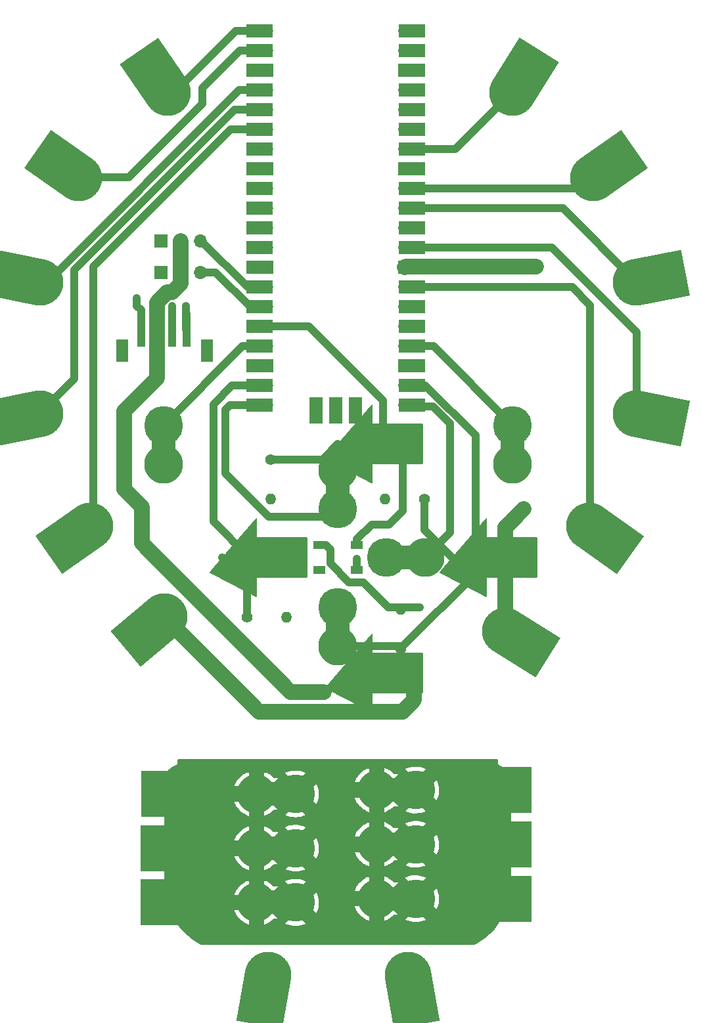
<source format=gtl>
%TF.GenerationSoftware,KiCad,Pcbnew,6.0.2+dfsg-1*%
%TF.CreationDate,2022-09-12T11:49:14+02:00*%
%TF.ProjectId,kidslab-lamp,6b696473-6c61-4622-9d6c-616d702e6b69,rev?*%
%TF.SameCoordinates,Original*%
%TF.FileFunction,Copper,L1,Top*%
%TF.FilePolarity,Positive*%
%FSLAX46Y46*%
G04 Gerber Fmt 4.6, Leading zero omitted, Abs format (unit mm)*
G04 Created by KiCad (PCBNEW 6.0.2+dfsg-1) date 2022-09-12 11:49:14*
%MOMM*%
%LPD*%
G01*
G04 APERTURE LIST*
G04 Aperture macros list*
%AMFreePoly0*
4,1,34,6.500000,-3.000000,0.000000,-3.000000,-0.000001,-2.998354,-0.313585,-2.983566,-0.654430,-2.927750,-0.986600,-2.833129,-1.305693,-2.700956,-1.607479,-2.532984,-1.887961,-2.331438,-2.143418,-2.098990,-2.370465,-1.838721,-2.566093,-1.554081,-2.727708,-1.248842,-2.853170,-0.927051,-2.940814,-0.592972,-2.989479,-0.251034,-2.998520,0.094232,-2.967817,0.438249,-2.897777,0.776457,-2.789329,1.104374,
-2.643910,1.417652,-2.463448,1.712141,-2.250333,1.983936,-2.007392,2.229434,-1.737844,2.445383,-1.445260,2.628920,-1.133522,2.777612,-0.806759,2.889488,-0.469303,2.963065,-0.125627,2.997368,0.000000,2.995395,0.000000,3.000000,6.500000,3.000000,6.500000,-3.000000,6.500000,-3.000000,$1*%
%AMFreePoly1*
4,1,48,0.468453,2.455718,0.772542,2.377641,1.064448,2.262068,1.339567,2.110820,1.593560,1.926283,1.822422,1.711368,1.955916,1.550000,3.250000,1.550000,3.285355,1.535355,3.300000,1.500000,3.300000,-1.500000,3.285355,-1.535355,3.250000,-1.550000,1.955916,-1.550000,1.822422,-1.711368,1.593560,-1.926283,1.339567,-2.110820,1.064448,-2.262068,0.772542,-2.377641,0.468453,-2.455718,
0.156976,-2.495067,-0.156976,-2.495067,-0.468453,-2.455718,-0.772542,-2.377641,-1.064448,-2.262068,-1.339567,-2.110820,-1.593560,-1.926283,-1.822422,-1.711368,-2.022542,-1.469463,-2.190767,-1.204384,-2.324441,-0.920311,-2.421458,-0.621725,-2.480287,-0.313333,-2.500000,0.000000,-2.480287,0.313333,-2.421458,0.621725,-2.324441,0.920311,-2.190767,1.204384,-2.022542,1.469463,-1.822422,1.711368,
-1.593560,1.926283,-1.339567,2.110820,-1.064448,2.262068,-0.772542,2.377641,-0.468453,2.455718,-0.156976,2.495067,0.156976,2.495067,0.468453,2.455718,0.468453,2.455718,$1*%
%AMFreePoly2*
4,1,66,4.411842,5.095106,4.430902,5.095106,4.441081,5.087711,4.453280,5.084625,4.465483,5.069982,4.480902,5.058779,4.484790,5.046813,4.492846,5.037146,4.494111,5.018124,4.500000,5.000000,4.500000,2.600000,10.900000,2.600000,10.915063,2.595106,10.930902,2.595106,10.943716,2.585796,10.958779,2.580902,10.968089,2.568089,10.980902,2.558779,10.985796,2.543716,10.995106,2.530902,
10.995106,2.515063,11.000000,2.500000,11.000000,-2.500000,10.995106,-2.515063,10.995106,-2.530902,10.985796,-2.543716,10.980902,-2.558779,10.968089,-2.568089,10.958779,-2.580902,10.943716,-2.585796,10.930902,-2.595106,10.915063,-2.595106,10.900000,-2.600000,4.500000,-2.600000,4.500000,-5.000000,4.494111,-5.018124,4.492846,-5.037146,4.484790,-5.046813,4.480902,-5.058779,4.465483,-5.069982,
4.453280,-5.084625,4.441081,-5.087711,4.430902,-5.095106,4.411842,-5.095106,4.393363,-5.099780,4.381681,-5.095106,4.369098,-5.095106,4.353676,-5.083901,4.335982,-5.076822,-1.664018,-0.076822,-1.677110,-0.056028,-1.692845,-0.037146,-1.693299,-0.030314,-1.696947,-0.024521,-1.695316,0.000000,-1.696947,0.024521,-1.693299,0.030314,-1.692845,0.037146,-1.677110,0.056028,-1.664018,0.076822,
4.335982,5.076822,4.353676,5.083901,4.369098,5.095106,4.381681,5.095106,4.393363,5.099780,4.411842,5.095106,4.411842,5.095106,$1*%
G04 Aperture macros list end*
%TA.AperFunction,SMDPad,CuDef*%
%ADD10R,3.500000X1.700000*%
%TD*%
%TA.AperFunction,ComponentPad*%
%ADD11O,1.700000X1.700000*%
%TD*%
%TA.AperFunction,ComponentPad*%
%ADD12R,1.700000X1.700000*%
%TD*%
%TA.AperFunction,SMDPad,CuDef*%
%ADD13R,1.700000X3.500000*%
%TD*%
%TA.AperFunction,CastellatedPad*%
%ADD14FreePoly0,328.000000*%
%TD*%
%TA.AperFunction,ComponentPad*%
%ADD15FreePoly1,90.000000*%
%TD*%
%TA.AperFunction,ComponentPad*%
%ADD16C,5.000000*%
%TD*%
%TA.AperFunction,SMDPad,CuDef*%
%ADD17FreePoly2,270.000000*%
%TD*%
%TA.AperFunction,ComponentPad*%
%ADD18FreePoly1,270.000000*%
%TD*%
%TA.AperFunction,CastellatedPad*%
%ADD19FreePoly0,0.000000*%
%TD*%
%TA.AperFunction,CastellatedPad*%
%ADD20FreePoly0,191.500000*%
%TD*%
%TA.AperFunction,CastellatedPad*%
%ADD21FreePoly0,215.000000*%
%TD*%
%TA.AperFunction,CastellatedPad*%
%ADD22FreePoly0,180.000000*%
%TD*%
%TA.AperFunction,ComponentPad*%
%ADD23FreePoly1,0.000000*%
%TD*%
%TA.AperFunction,CastellatedPad*%
%ADD24FreePoly0,280.000000*%
%TD*%
%TA.AperFunction,CastellatedPad*%
%ADD25FreePoly0,145.000000*%
%TD*%
%TA.AperFunction,CastellatedPad*%
%ADD26FreePoly0,220.000000*%
%TD*%
%TA.AperFunction,CastellatedPad*%
%ADD27FreePoly0,58.000000*%
%TD*%
%TA.AperFunction,SMDPad,CuDef*%
%ADD28FreePoly2,0.000000*%
%TD*%
%TA.AperFunction,ComponentPad*%
%ADD29FreePoly1,180.000000*%
%TD*%
%TA.AperFunction,SMDPad,CuDef*%
%ADD30FreePoly2,180.000000*%
%TD*%
%TA.AperFunction,SMDPad,CuDef*%
%ADD31R,1.600000X3.000000*%
%TD*%
%TA.AperFunction,SMDPad,CuDef*%
%ADD32R,1.000000X4.500000*%
%TD*%
%TA.AperFunction,CastellatedPad*%
%ADD33FreePoly0,260.000000*%
%TD*%
%TA.AperFunction,ComponentPad*%
%ADD34C,1.400000*%
%TD*%
%TA.AperFunction,ComponentPad*%
%ADD35O,1.400000X1.400000*%
%TD*%
%TA.AperFunction,SMDPad,CuDef*%
%ADD36R,1.500000X1.000000*%
%TD*%
%TA.AperFunction,CastellatedPad*%
%ADD37FreePoly0,348.500000*%
%TD*%
%TA.AperFunction,CastellatedPad*%
%ADD38FreePoly0,11.000000*%
%TD*%
%TA.AperFunction,CastellatedPad*%
%ADD39FreePoly0,35.000000*%
%TD*%
%TA.AperFunction,CastellatedPad*%
%ADD40FreePoly0,124.500000*%
%TD*%
%TA.AperFunction,CastellatedPad*%
%ADD41FreePoly0,168.500000*%
%TD*%
%TA.AperFunction,CastellatedPad*%
%ADD42FreePoly0,324.500000*%
%TD*%
%TA.AperFunction,SMDPad,CuDef*%
%ADD43FreePoly2,90.000000*%
%TD*%
%TA.AperFunction,ViaPad*%
%ADD44C,0.800000*%
%TD*%
%TA.AperFunction,Conductor*%
%ADD45C,1.000000*%
%TD*%
%TA.AperFunction,Conductor*%
%ADD46C,2.000000*%
%TD*%
G04 APERTURE END LIST*
D10*
%TO.P,U1,1,GPIO0*%
%TO.N,Net-(GPIO0-Pad1)*%
X139848000Y-41294000D03*
D11*
X140748000Y-41294000D03*
D10*
%TO.P,U1,2,GPIO1*%
%TO.N,Net-(GPIO1-Pad1)*%
X139848000Y-43834000D03*
D11*
X140748000Y-43834000D03*
D10*
%TO.P,U1,3,GND*%
%TO.N,GND*%
X139848000Y-46374000D03*
D12*
X140748000Y-46374000D03*
D10*
%TO.P,U1,4,GPIO2*%
%TO.N,Net-(GPIO2-Pad1)*%
X139848000Y-48914000D03*
D11*
X140748000Y-48914000D03*
%TO.P,U1,5,GPIO3*%
%TO.N,Net-(GPIO3-Pad1)*%
X140748000Y-51454000D03*
D10*
X139848000Y-51454000D03*
D11*
%TO.P,U1,6,GPIO4*%
%TO.N,Net-(GPIO4-Pad1)*%
X140748000Y-53994000D03*
D10*
X139848000Y-53994000D03*
D11*
%TO.P,U1,7,GPIO5*%
%TO.N,unconnected-(U1-Pad7)*%
X140748000Y-56534000D03*
D10*
X139848000Y-56534000D03*
%TO.P,U1,8,GND*%
%TO.N,GND*%
X139848000Y-59074000D03*
D12*
X140748000Y-59074000D03*
D10*
%TO.P,U1,9,GPIO6*%
%TO.N,unconnected-(U1-Pad9)*%
X139848000Y-61614000D03*
D11*
X140748000Y-61614000D03*
D10*
%TO.P,U1,10,GPIO7*%
%TO.N,unconnected-(U1-Pad10)*%
X139848000Y-64154000D03*
D11*
X140748000Y-64154000D03*
%TO.P,U1,11,GPIO8*%
%TO.N,grove_tx*%
X140748000Y-66694000D03*
D10*
X139848000Y-66694000D03*
%TO.P,U1,12,GPIO9*%
%TO.N,grove_rx*%
X139848000Y-69234000D03*
D11*
X140748000Y-69234000D03*
D12*
%TO.P,U1,13,GND*%
%TO.N,GND*%
X140748000Y-71774000D03*
D10*
X139848000Y-71774000D03*
D11*
%TO.P,U1,14,GPIO10*%
%TO.N,GPIO10*%
X140748000Y-74314000D03*
D10*
X139848000Y-74314000D03*
%TO.P,U1,15,GPIO11*%
%TO.N,GPIO11*%
X139848000Y-76854000D03*
D11*
X140748000Y-76854000D03*
%TO.P,U1,16,GPIO12*%
%TO.N,GPIO12*%
X140748000Y-79394000D03*
D10*
X139848000Y-79394000D03*
D11*
%TO.P,U1,17,GPIO13*%
%TO.N,Net-(GPIO13-Pad1)*%
X140748000Y-81934000D03*
D10*
X139848000Y-81934000D03*
%TO.P,U1,18,GND*%
%TO.N,GND*%
X139848000Y-84474000D03*
D12*
X140748000Y-84474000D03*
D10*
%TO.P,U1,19,GPIO14*%
%TO.N,GPIO14*%
X139848000Y-87014000D03*
D11*
X140748000Y-87014000D03*
D10*
%TO.P,U1,20,GPIO15*%
%TO.N,GPIO15*%
X139848000Y-89554000D03*
D11*
X140748000Y-89554000D03*
D10*
%TO.P,U1,21,GPIO16*%
%TO.N,GPIO16*%
X159428000Y-89554000D03*
D11*
X158528000Y-89554000D03*
%TO.P,U1,22,GPIO17*%
%TO.N,GPIO17*%
X158528000Y-87014000D03*
D10*
X159428000Y-87014000D03*
D12*
%TO.P,U1,23,GND*%
%TO.N,GND*%
X158528000Y-84474000D03*
D10*
X159428000Y-84474000D03*
%TO.P,U1,24,GPIO18*%
%TO.N,Net-(GPIO18-Pad1)*%
X159428000Y-81934000D03*
D11*
X158528000Y-81934000D03*
D10*
%TO.P,U1,25,GPIO19*%
%TO.N,unconnected-(U1-Pad25)*%
X159428000Y-79394000D03*
D11*
X158528000Y-79394000D03*
D10*
%TO.P,U1,26,GPIO20*%
%TO.N,unconnected-(U1-Pad26)*%
X159428000Y-76854000D03*
D11*
X158528000Y-76854000D03*
%TO.P,U1,27,GPIO21*%
%TO.N,Net-(GPIO21-Pad1)*%
X158528000Y-74314000D03*
D10*
X159428000Y-74314000D03*
D12*
%TO.P,U1,28,GND*%
%TO.N,GND*%
X158528000Y-71774000D03*
D10*
X159428000Y-71774000D03*
%TO.P,U1,29,GPIO22*%
%TO.N,Net-(GPIO22-Pad1)*%
X159428000Y-69234000D03*
D11*
X158528000Y-69234000D03*
%TO.P,U1,30,RUN*%
%TO.N,unconnected-(U1-Pad30)*%
X158528000Y-66694000D03*
D10*
X159428000Y-66694000D03*
%TO.P,U1,31,GPIO26_ADC0*%
%TO.N,Net-(GPIO26-Pad1)*%
X159428000Y-64154000D03*
D11*
X158528000Y-64154000D03*
D10*
%TO.P,U1,32,GPIO27_ADC1*%
%TO.N,Net-(GPIO27-Pad1)*%
X159428000Y-61614000D03*
D11*
X158528000Y-61614000D03*
D12*
%TO.P,U1,33,AGND*%
%TO.N,unconnected-(U1-Pad33)*%
X158528000Y-59074000D03*
D10*
X159428000Y-59074000D03*
%TO.P,U1,34,GPIO28_ADC2*%
%TO.N,Net-(GPIO28-Pad1)*%
X159428000Y-56534000D03*
D11*
X158528000Y-56534000D03*
D10*
%TO.P,U1,35,ADC_VREF*%
%TO.N,unconnected-(U1-Pad35)*%
X159428000Y-53994000D03*
D11*
X158528000Y-53994000D03*
%TO.P,U1,36,3V3*%
%TO.N,3.3V*%
X158528000Y-51454000D03*
D10*
X159428000Y-51454000D03*
%TO.P,U1,37,3V3_EN*%
%TO.N,unconnected-(U1-Pad37)*%
X159428000Y-48914000D03*
D11*
X158528000Y-48914000D03*
D10*
%TO.P,U1,38,GND*%
%TO.N,GND*%
X159428000Y-46374000D03*
D12*
X158528000Y-46374000D03*
D11*
%TO.P,U1,39,VSYS*%
%TO.N,unconnected-(U1-Pad39)*%
X158528000Y-43834000D03*
D10*
X159428000Y-43834000D03*
%TO.P,U1,40,VBUS*%
%TO.N,V_BUS*%
X159428000Y-41294000D03*
D11*
X158528000Y-41294000D03*
%TO.P,U1,41,SWCLK*%
%TO.N,unconnected-(U1-Pad41)*%
X147098000Y-89324000D03*
D13*
X147098000Y-90224000D03*
D12*
%TO.P,U1,42,GND*%
%TO.N,unconnected-(U1-Pad42)*%
X149638000Y-89324000D03*
D13*
X149638000Y-90224000D03*
%TO.P,U1,43,SWDIO*%
%TO.N,unconnected-(U1-Pad43)*%
X152178000Y-90224000D03*
D11*
X152178000Y-89324000D03*
%TD*%
D14*
%TO.P,E39,1,1*%
%TO.N,3.3V*%
X171528000Y-118610000D03*
%TD*%
D15*
%TO.P,GPIO18,1,1*%
%TO.N,Net-(GPIO18-Pad1)*%
X172438000Y-97154000D03*
D16*
X172438000Y-92154000D03*
%TD*%
D17*
%TO.P,GPIO15,1,1*%
%TO.N,GPIO15*%
X149938000Y-94504000D03*
D18*
X149938000Y-97944000D03*
D16*
X149938000Y-102944000D03*
%TD*%
D19*
%TO.P,E30,1,1*%
%TO.N,GND*%
X168338000Y-146154000D03*
%TD*%
D20*
%TO.P,GPIO3,1,1*%
%TO.N,Net-(GPIO3-Pad1)*%
X111535992Y-90634063D03*
%TD*%
D12*
%TO.P,C1,1,GND*%
%TO.N,GND*%
X127093000Y-68318000D03*
D11*
%TO.P,C1,2,5V*%
%TO.N,V_BUS*%
X129633000Y-68318000D03*
%TO.P,C1,3,S*%
%TO.N,GPIO10*%
X132173000Y-68318000D03*
%TD*%
D21*
%TO.P,GPIO4,1,1*%
%TO.N,Net-(GPIO4-Pad1)*%
X118019915Y-105096642D03*
%TD*%
D22*
%TO.P,E34,1,1*%
%TO.N,GND*%
X131038000Y-153654000D03*
%TD*%
D23*
%TO.P,B6,1,1*%
%TO.N,GND*%
X154938000Y-139154000D03*
D16*
X159938000Y-139154000D03*
%TD*%
D24*
%TO.P,E37,1,1*%
%TO.N,V_BUS*%
X158920635Y-163055519D03*
%TD*%
D25*
%TO.P,GPIO1,1,1*%
%TO.N,Net-(GPIO1-Pad1)*%
X116519915Y-60211358D03*
%TD*%
D26*
%TO.P,E40,1,1*%
%TO.N,3.3V*%
X127514604Y-116767721D03*
%TD*%
D27*
%TO.P,GPIO28,1,1*%
%TO.N,Net-(GPIO28-Pad1)*%
X172385008Y-49238805D03*
%TD*%
D16*
%TO.P,GPIO14,1,1*%
%TO.N,GPIO14*%
X143478000Y-109154000D03*
D23*
X138478000Y-109154000D03*
D28*
X135038000Y-109154000D03*
%TD*%
D19*
%TO.P,E31,1,1*%
%TO.N,GND*%
X168338000Y-139154000D03*
%TD*%
D29*
%TO.P,GPIO16,1,1*%
%TO.N,GPIO16*%
X161148000Y-109154000D03*
D16*
X156148000Y-109154000D03*
D30*
X164588000Y-109154000D03*
%TD*%
D31*
%TO.P,C2,*%
%TO.N,*%
X133086000Y-82518000D03*
X122086000Y-82518000D03*
D32*
%TO.P,C2,1,D1*%
%TO.N,grove_rx*%
X130386000Y-79768000D03*
%TO.P,C2,2,D2*%
%TO.N,grove_tx*%
X128586000Y-79768000D03*
%TO.P,C2,3,VCC*%
%TO.N,V_BUS*%
X126586000Y-79768000D03*
%TO.P,C2,4,GND*%
%TO.N,GND*%
X124586000Y-79768000D03*
%TD*%
D16*
%TO.P,GPIO13,1,1*%
%TO.N,Net-(GPIO13-Pad1)*%
X127438000Y-92154000D03*
D15*
X127438000Y-97154000D03*
%TD*%
D33*
%TO.P,E38,1,1*%
%TO.N,V_BUS*%
X140955365Y-163055519D03*
%TD*%
D23*
%TO.P,B1,1,1*%
%TO.N,GND*%
X154938000Y-153154000D03*
D16*
X159938000Y-153154000D03*
%TD*%
D22*
%TO.P,E33,1,1*%
%TO.N,GND*%
X131098000Y-139654000D03*
%TD*%
D12*
%TO.P,C3,1,GND*%
%TO.N,GND*%
X127093000Y-72382000D03*
D11*
%TO.P,C3,2,5V*%
%TO.N,V_BUS*%
X129633000Y-72382000D03*
%TO.P,C3,3,S*%
%TO.N,GPIO11*%
X132173000Y-72382000D03*
%TD*%
D34*
%TO.P,R3,1*%
%TO.N,GPIO16*%
X161036000Y-101600000D03*
D35*
%TO.P,R3,2*%
%TO.N,3.3V*%
X155956000Y-101600000D03*
%TD*%
D19*
%TO.P,E35,1,1*%
%TO.N,GND*%
X168338000Y-153154000D03*
%TD*%
D16*
%TO.P,B2,1,1*%
%TO.N,GND*%
X144438000Y-146654000D03*
D23*
X139438000Y-146654000D03*
%TD*%
%TO.P,B4,1,1*%
%TO.N,GND*%
X139438000Y-153654000D03*
D16*
X144438000Y-153654000D03*
%TD*%
D36*
%TO.P,D12,1,VSS*%
%TO.N,GND*%
X152388000Y-110754000D03*
%TO.P,D12,2,DIN*%
%TO.N,GPIO12*%
X152388000Y-107554000D03*
%TO.P,D12,3,VDD*%
%TO.N,3.3V*%
X147488000Y-107554000D03*
%TO.P,D12,4,DOUT*%
%TO.N,unconnected-(D12-Pad4)*%
X147488000Y-110754000D03*
%TD*%
D37*
%TO.P,GPIO22,1,1*%
%TO.N,Net-(GPIO22-Pad1)*%
X188340008Y-90634063D03*
%TD*%
D16*
%TO.P,B3,1,1*%
%TO.N,GND*%
X144438000Y-139654000D03*
D23*
X139438000Y-139654000D03*
%TD*%
D22*
%TO.P,E32,1,1*%
%TO.N,GND*%
X131038000Y-146654000D03*
%TD*%
D34*
%TO.P,R1,1*%
%TO.N,GPIO14*%
X138176000Y-116840000D03*
D35*
%TO.P,R1,2*%
%TO.N,3.3V*%
X143256000Y-116840000D03*
%TD*%
D38*
%TO.P,GPIO26,1,1*%
%TO.N,Net-(GPIO26-Pad1)*%
X188339837Y-73673081D03*
%TD*%
D39*
%TO.P,GPIO27,1,1*%
%TO.N,Net-(GPIO27-Pad1)*%
X182856085Y-60211358D03*
%TD*%
D16*
%TO.P,B5,1,1*%
%TO.N,GND*%
X159938000Y-146154000D03*
D23*
X154938000Y-146154000D03*
%TD*%
D40*
%TO.P,GPIO0,1,1*%
%TO.N,Net-(GPIO0-Pad1)*%
X127994641Y-49236413D03*
%TD*%
D34*
%TO.P,R2,1*%
%TO.N,GPIO15*%
X141224000Y-96520000D03*
D35*
%TO.P,R2,2*%
%TO.N,3.3V*%
X141224000Y-101600000D03*
%TD*%
D41*
%TO.P,GPIO2,1,1*%
%TO.N,Net-(GPIO2-Pad1)*%
X111535992Y-73673937D03*
%TD*%
D42*
%TO.P,GPIO21,1,1*%
%TO.N,Net-(GPIO21-Pad1)*%
X182356588Y-105095930D03*
%TD*%
D34*
%TO.P,R4,1*%
%TO.N,GPIO17*%
X157988000Y-120904000D03*
D35*
%TO.P,R4,2*%
%TO.N,3.3V*%
X157988000Y-115824000D03*
%TD*%
D15*
%TO.P,GPIO17,1,1*%
%TO.N,GPIO17*%
X149938000Y-120614000D03*
D16*
X149938000Y-115614000D03*
D43*
X149938000Y-124054000D03*
%TD*%
D44*
%TO.N,grove_rx*%
X130380000Y-76700000D03*
%TO.N,grove_tx*%
X128602000Y-76700000D03*
%TO.N,3.3V*%
X159738000Y-125454000D03*
X159738000Y-123854000D03*
X173110000Y-103682000D03*
X159738000Y-127054000D03*
X173872000Y-102920000D03*
X160479000Y-115562000D03*
X172221000Y-104571000D03*
X148844000Y-108204000D03*
%TO.N,V_BUS*%
X147144000Y-126484000D03*
X148160000Y-126484000D03*
X146123660Y-126483999D03*
%TO.N,GND*%
X173438000Y-71654000D03*
X124030000Y-76700000D03*
X174438000Y-71654000D03*
X172438000Y-71654000D03*
X175438000Y-71654000D03*
X152351000Y-109339000D03*
X124030000Y-75684000D03*
%TD*%
D45*
%TO.N,GPIO10*%
X132326000Y-68318000D02*
X132173000Y-68318000D01*
X138322000Y-74314000D02*
X132326000Y-68318000D01*
X140748000Y-74314000D02*
X138322000Y-74314000D01*
%TO.N,grove_rx*%
X130380000Y-76700000D02*
X130380000Y-79762000D01*
X130380000Y-79762000D02*
X130386000Y-79768000D01*
%TO.N,grove_tx*%
X128602000Y-76700000D02*
X128602000Y-79752000D01*
X128602000Y-79752000D02*
X128586000Y-79768000D01*
%TO.N,GPIO11*%
X138662000Y-76854000D02*
X134190000Y-72382000D01*
X140748000Y-76854000D02*
X138662000Y-76854000D01*
X134190000Y-72382000D02*
X132173000Y-72382000D01*
D46*
%TO.N,3.3V*%
X173110000Y-103682000D02*
X173872000Y-102920000D01*
D45*
X147488000Y-107554000D02*
X148338000Y-107554000D01*
D46*
X172221000Y-104571000D02*
X173110000Y-103682000D01*
X171528000Y-118610000D02*
X171528000Y-105264000D01*
X158242000Y-129032000D02*
X139778883Y-129032000D01*
X159738000Y-123854000D02*
X159738000Y-127054000D01*
D45*
X148338000Y-107554000D02*
X148937511Y-108153511D01*
D46*
X139778883Y-129032000D02*
X127514604Y-116767721D01*
D45*
X148937511Y-109952533D02*
X151339458Y-112354480D01*
X153207480Y-112354480D02*
X156415000Y-115562000D01*
X151339458Y-112354480D02*
X153207480Y-112354480D01*
X156415000Y-115562000D02*
X160479000Y-115562000D01*
X148937511Y-108153511D02*
X148937511Y-109952533D01*
D46*
X171528000Y-105264000D02*
X172221000Y-104571000D01*
X159738000Y-127054000D02*
X159738000Y-127536000D01*
X159738000Y-127536000D02*
X158242000Y-129032000D01*
D45*
%TO.N,Net-(GPIO1-Pad1)*%
X132438000Y-50654000D02*
X122938000Y-60154000D01*
X122938000Y-60154000D02*
X116438000Y-60154000D01*
X140748000Y-43834000D02*
X137258000Y-43834000D01*
X132438000Y-48654000D02*
X132438000Y-50654000D01*
X137258000Y-43834000D02*
X132438000Y-48654000D01*
%TO.N,Net-(GPIO2-Pad1)*%
X140748000Y-48914000D02*
X137178000Y-48914000D01*
X112438000Y-73654000D02*
X111438000Y-73654000D01*
X137178000Y-48914000D02*
X112438000Y-73654000D01*
%TO.N,Net-(GPIO3-Pad1)*%
X140748000Y-51454000D02*
X136576000Y-51454000D01*
X136576000Y-51454000D02*
X115938000Y-72092000D01*
X115938000Y-72092000D02*
X115938000Y-86154000D01*
X115938000Y-86154000D02*
X111438000Y-90654000D01*
%TO.N,Net-(GPIO4-Pad1)*%
X140748000Y-53994000D02*
X136068000Y-53994000D01*
X136068000Y-53994000D02*
X118438000Y-71624000D01*
X118438000Y-104654000D02*
X117938000Y-105154000D01*
X118438000Y-71624000D02*
X118438000Y-104654000D01*
%TO.N,GPIO12*%
X156464000Y-104902000D02*
X158242000Y-103124000D01*
X146196000Y-79394000D02*
X140748000Y-79394000D01*
X155702000Y-88900000D02*
X146196000Y-79394000D01*
X152388000Y-106823308D02*
X154309308Y-104902000D01*
X158242000Y-103124000D02*
X158242000Y-96774000D01*
X155702000Y-94234000D02*
X155702000Y-88900000D01*
X152388000Y-107554000D02*
X152388000Y-106823308D01*
X158242000Y-96774000D02*
X155702000Y-94234000D01*
X154309308Y-104902000D02*
X156464000Y-104902000D01*
D46*
%TO.N,V_BUS*%
X126586000Y-79768000D02*
X126586000Y-76312516D01*
X128523520Y-75000480D02*
X129633000Y-73891000D01*
X129633000Y-68318000D02*
X129633000Y-72382000D01*
X126586000Y-86082000D02*
X126586000Y-79768000D01*
X122379000Y-100322000D02*
X122379000Y-90289000D01*
X143842000Y-126484000D02*
X124665000Y-107307000D01*
X126586000Y-76312516D02*
X127898036Y-75000480D01*
X127898036Y-75000480D02*
X128523520Y-75000480D01*
X129633000Y-73891000D02*
X129633000Y-72382000D01*
X148160000Y-126484000D02*
X143842000Y-126484000D01*
X122379000Y-90289000D02*
X126586000Y-86082000D01*
X124665000Y-102608000D02*
X122379000Y-100322000D01*
X124665000Y-107307000D02*
X124665000Y-102608000D01*
D45*
%TO.N,GND*%
X124586000Y-77256000D02*
X124030000Y-76700000D01*
X124030000Y-75684000D02*
X124030000Y-76700000D01*
D46*
X175438000Y-71654000D02*
X158648000Y-71654000D01*
D45*
X152351000Y-110717000D02*
X152388000Y-110754000D01*
X124586000Y-79768000D02*
X124586000Y-77256000D01*
D46*
X158648000Y-71654000D02*
X158528000Y-71774000D01*
D45*
X152351000Y-109339000D02*
X152351000Y-110717000D01*
%TO.N,Net-(GPIO21-Pad1)*%
X158528000Y-74314000D02*
X180098000Y-74314000D01*
X180098000Y-74314000D02*
X182438000Y-76654000D01*
X182438000Y-76654000D02*
X182438000Y-105154000D01*
%TO.N,Net-(GPIO22-Pad1)*%
X188438000Y-80154000D02*
X188438000Y-90654000D01*
X158528000Y-69234000D02*
X177518000Y-69234000D01*
X177518000Y-69234000D02*
X188438000Y-80154000D01*
%TO.N,Net-(GPIO26-Pad1)*%
X178938000Y-64154000D02*
X188438000Y-73654000D01*
X158528000Y-64154000D02*
X178938000Y-64154000D01*
%TO.N,Net-(GPIO28-Pad1)*%
X158528000Y-56534000D02*
X165058000Y-56534000D01*
X165058000Y-56534000D02*
X172438000Y-49154000D01*
%TO.N,Net-(GPIO0-Pad1)*%
X140748000Y-41294000D02*
X136798000Y-41294000D01*
X136798000Y-41294000D02*
X128938000Y-49154000D01*
X128938000Y-49154000D02*
X127938000Y-49154000D01*
%TO.N,Net-(GPIO27-Pad1)*%
X158528000Y-61614000D02*
X181478000Y-61614000D01*
X181478000Y-61614000D02*
X182938000Y-60154000D01*
%TO.N,GPIO14*%
X133858000Y-89408000D02*
X133858000Y-104534000D01*
X136252000Y-87014000D02*
X133858000Y-89408000D01*
X138176000Y-116840000D02*
X138176000Y-112292000D01*
X140748000Y-87014000D02*
X136252000Y-87014000D01*
X138176000Y-112292000D02*
X135038000Y-109154000D01*
X133858000Y-104534000D02*
X138478000Y-109154000D01*
%TO.N,GPIO15*%
X141028000Y-103944000D02*
X149938000Y-103944000D01*
X135438000Y-90154000D02*
X135438000Y-98354000D01*
X136038000Y-89554000D02*
X135438000Y-90154000D01*
X135438000Y-98354000D02*
X141028000Y-103944000D01*
X140748000Y-89554000D02*
X136038000Y-89554000D01*
X147922000Y-96520000D02*
X149938000Y-94504000D01*
X141224000Y-96520000D02*
X147922000Y-96520000D01*
%TO.N,GPIO16*%
X164338000Y-91854000D02*
X164338000Y-101514000D01*
X161036000Y-105602000D02*
X164588000Y-109154000D01*
X161036000Y-101600000D02*
X161036000Y-105602000D01*
X158528000Y-89554000D02*
X158628000Y-89654000D01*
X164338000Y-101514000D02*
X164338000Y-105964000D01*
X158628000Y-89654000D02*
X162138000Y-89654000D01*
X162138000Y-89654000D02*
X164338000Y-91854000D01*
X164338000Y-105964000D02*
X161148000Y-109154000D01*
%TO.N,Net-(GPIO13-Pad1)*%
X140748000Y-81934000D02*
X137658000Y-81934000D01*
X137658000Y-81934000D02*
X127438000Y-92154000D01*
%TO.N,Net-(GPIO18-Pad1)*%
X158528000Y-81934000D02*
X162218000Y-81934000D01*
X162218000Y-81934000D02*
X172438000Y-92154000D01*
%TO.N,GPIO17*%
X167640000Y-111252000D02*
X158278000Y-120614000D01*
X158278000Y-120614000D02*
X149938000Y-120614000D01*
X167640000Y-93459623D02*
X167640000Y-111252000D01*
X161194377Y-87014000D02*
X167640000Y-93459623D01*
X158528000Y-87014000D02*
X161194377Y-87014000D01*
%TD*%
%TA.AperFunction,Conductor*%
%TO.N,GND*%
G36*
X170492088Y-135174002D02*
G01*
X170538581Y-135227658D01*
X170549962Y-135281172D01*
X170547899Y-135502969D01*
X170547060Y-135516355D01*
X170544331Y-135539815D01*
X170542515Y-135555430D01*
X170544022Y-135564277D01*
X170552830Y-135615999D01*
X170553506Y-135620452D01*
X170561645Y-135681318D01*
X170565139Y-135689197D01*
X170565497Y-135690382D01*
X170566944Y-135698879D01*
X170570870Y-135706942D01*
X170570873Y-135706950D01*
X170593846Y-135754123D01*
X170595726Y-135758163D01*
X170620639Y-135814337D01*
X170626197Y-135820910D01*
X170626886Y-135821967D01*
X170630654Y-135829705D01*
X170636689Y-135836346D01*
X170636690Y-135836347D01*
X170653292Y-135854615D01*
X170662223Y-135864441D01*
X170671967Y-135875163D01*
X170674925Y-135878538D01*
X170714595Y-135925453D01*
X170721778Y-135930204D01*
X170722728Y-135931019D01*
X170728521Y-135937393D01*
X170780956Y-135969443D01*
X170784718Y-135971836D01*
X170835962Y-136005732D01*
X170844536Y-136008383D01*
X170844540Y-136008385D01*
X170877312Y-136018518D01*
X170888477Y-136022556D01*
X170959352Y-136052037D01*
X171020949Y-136077659D01*
X171029513Y-136081603D01*
X171161715Y-136148596D01*
X171169910Y-136153139D01*
X171295655Y-136229099D01*
X171303439Y-136234203D01*
X171422434Y-136318675D01*
X171429767Y-136324297D01*
X171541708Y-136416835D01*
X171548552Y-136422927D01*
X171653144Y-136523101D01*
X171659512Y-136529662D01*
X171756323Y-136636928D01*
X171762195Y-136643929D01*
X171850916Y-136757850D01*
X171856260Y-136765249D01*
X171936499Y-136885291D01*
X171941297Y-136893064D01*
X172012725Y-137018773D01*
X172016954Y-137026889D01*
X172079198Y-137157736D01*
X172082829Y-137166146D01*
X172100765Y-137212246D01*
X172135546Y-137301644D01*
X172138578Y-137310372D01*
X172181432Y-137450046D01*
X172183829Y-137459027D01*
X172216491Y-137602456D01*
X172218228Y-137611646D01*
X172240365Y-137758453D01*
X172241419Y-137767802D01*
X172252672Y-137917603D01*
X172253026Y-137927041D01*
X172253026Y-151330137D01*
X172253003Y-151332530D01*
X172247721Y-151610668D01*
X172247344Y-151630501D01*
X172247193Y-151634725D01*
X172232754Y-151908308D01*
X172231762Y-151927101D01*
X172231468Y-151931321D01*
X172219330Y-152071441D01*
X172206243Y-152222513D01*
X172205806Y-152226728D01*
X172171012Y-152515187D01*
X172170858Y-152516463D01*
X172170285Y-152520627D01*
X172125680Y-152808696D01*
X172124963Y-152812862D01*
X172070772Y-153098996D01*
X172069917Y-153103133D01*
X172006193Y-153387170D01*
X172005200Y-153391273D01*
X171932020Y-153672921D01*
X171930890Y-153676989D01*
X171848323Y-153956004D01*
X171847057Y-153960031D01*
X171755182Y-154236147D01*
X171753782Y-154240132D01*
X171652637Y-154513190D01*
X171651102Y-154517129D01*
X171540786Y-154786810D01*
X171539119Y-154790699D01*
X171419656Y-155056867D01*
X171417856Y-155060703D01*
X171379649Y-155138698D01*
X171300545Y-155300178D01*
X171289352Y-155323026D01*
X171287424Y-155326798D01*
X171162101Y-155562218D01*
X171149950Y-155585043D01*
X171147889Y-155588763D01*
X171001540Y-155842634D01*
X170999322Y-155846333D01*
X170844322Y-156095126D01*
X170842018Y-156098689D01*
X170678950Y-156341792D01*
X170676533Y-156345269D01*
X170506804Y-156580784D01*
X170505683Y-156582339D01*
X170503158Y-156585720D01*
X170341093Y-156795382D01*
X170324706Y-156816581D01*
X170322098Y-156819841D01*
X170136193Y-157044355D01*
X170133445Y-157047562D01*
X169940306Y-157265508D01*
X169937463Y-157268610D01*
X169757635Y-157458334D01*
X169737248Y-157479843D01*
X169734293Y-157482858D01*
X169527168Y-157687211D01*
X169524115Y-157690124D01*
X169310279Y-157887411D01*
X169307128Y-157890222D01*
X169086745Y-158080282D01*
X169083500Y-158082987D01*
X168856693Y-158265693D01*
X168853355Y-158268290D01*
X168620410Y-158443383D01*
X168616984Y-158445870D01*
X168377981Y-158613254D01*
X168374468Y-158615627D01*
X168129606Y-158775111D01*
X168126050Y-158777342D01*
X167875550Y-158928730D01*
X167871873Y-158930869D01*
X167667054Y-159045393D01*
X167654937Y-159050531D01*
X167655051Y-159050777D01*
X167646909Y-159054556D01*
X167638313Y-159057143D01*
X167630792Y-159062037D01*
X167630789Y-159062038D01*
X167594629Y-159085566D01*
X167587405Y-159089929D01*
X167578541Y-159094885D01*
X167578538Y-159094887D01*
X167574632Y-159097071D01*
X167565055Y-159104383D01*
X167557327Y-159109837D01*
X167529201Y-159128137D01*
X167520783Y-159133614D01*
X167452068Y-159154000D01*
X132393857Y-159154000D01*
X132325736Y-159133998D01*
X132310531Y-159122513D01*
X132306246Y-159118735D01*
X132300424Y-159111906D01*
X132261518Y-159086398D01*
X132253064Y-159080341D01*
X132242956Y-159072446D01*
X132238708Y-159070078D01*
X132238698Y-159070071D01*
X132228760Y-159064531D01*
X132221029Y-159059850D01*
X132186242Y-159037042D01*
X132186236Y-159037039D01*
X132178733Y-159032120D01*
X132170147Y-159029503D01*
X132162022Y-159025697D01*
X132162053Y-159025630D01*
X132149098Y-159020118D01*
X131942524Y-158904953D01*
X131938871Y-158902835D01*
X131687837Y-158751595D01*
X131684249Y-158749351D01*
X131438797Y-158590001D01*
X131435292Y-158587641D01*
X131239153Y-158450743D01*
X131195670Y-158420393D01*
X131192311Y-158417964D01*
X130958599Y-158242915D01*
X130955339Y-158240386D01*
X130727861Y-158057808D01*
X130724653Y-158055144D01*
X130553394Y-157908004D01*
X130503562Y-157865190D01*
X130500412Y-157862391D01*
X130285840Y-157665191D01*
X130282786Y-157662288D01*
X130074980Y-157458074D01*
X130072051Y-157455098D01*
X129871066Y-157243913D01*
X129868235Y-157240836D01*
X129674391Y-157022994D01*
X129671637Y-157019793D01*
X129485037Y-156795382D01*
X129482388Y-156792085D01*
X129303273Y-156561344D01*
X129300734Y-156557957D01*
X129129208Y-156320963D01*
X129126779Y-156317485D01*
X128963063Y-156074458D01*
X128960748Y-156070894D01*
X128951001Y-156055316D01*
X128804909Y-155821824D01*
X128802771Y-155818276D01*
X128763942Y-155751374D01*
X128742242Y-155713987D01*
X128655229Y-155564066D01*
X128653155Y-155560350D01*
X128514681Y-155302048D01*
X128512738Y-155298271D01*
X128383241Y-155035837D01*
X128381428Y-155032002D01*
X128323070Y-154902963D01*
X128261029Y-154765781D01*
X128259352Y-154761900D01*
X128219395Y-154665000D01*
X136598202Y-154665000D01*
X136620247Y-154732846D01*
X136621583Y-154736559D01*
X136643856Y-154792813D01*
X136645430Y-154796450D01*
X136777682Y-155077499D01*
X136779470Y-155081008D01*
X136808617Y-155134027D01*
X136810640Y-155137447D01*
X136977065Y-155399692D01*
X136979288Y-155402963D01*
X137014862Y-155451925D01*
X137017267Y-155455025D01*
X137215269Y-155694369D01*
X137217881Y-155697332D01*
X137259308Y-155741448D01*
X137262076Y-155744216D01*
X137488526Y-155956868D01*
X137491479Y-155959471D01*
X137538103Y-155998041D01*
X137541224Y-156000461D01*
X137792513Y-156183033D01*
X137795792Y-156185262D01*
X137846867Y-156217676D01*
X137850266Y-156219686D01*
X138122477Y-156369335D01*
X138125985Y-156371123D01*
X138180719Y-156396878D01*
X138184356Y-156398452D01*
X138421157Y-156492208D01*
X138435200Y-156493495D01*
X138438000Y-156488602D01*
X138438000Y-156480762D01*
X140438000Y-156480762D01*
X140441973Y-156494293D01*
X140447552Y-156495095D01*
X140691644Y-156398452D01*
X140695281Y-156396878D01*
X140750015Y-156371123D01*
X140752057Y-156370082D01*
X143141749Y-156370082D01*
X143144939Y-156374343D01*
X143443738Y-156498109D01*
X143450589Y-156500495D01*
X143777212Y-156593536D01*
X143784301Y-156595120D01*
X144119465Y-156650006D01*
X144126671Y-156650763D01*
X144465926Y-156666762D01*
X144473176Y-156666686D01*
X144812010Y-156643587D01*
X144819219Y-156642676D01*
X145153160Y-156580784D01*
X145160190Y-156579057D01*
X145484819Y-156479187D01*
X145491597Y-156476667D01*
X145721614Y-156375697D01*
X145732407Y-156366620D01*
X145730869Y-156361082D01*
X144450812Y-155081026D01*
X144436868Y-155073412D01*
X144435034Y-155073543D01*
X144428422Y-155077792D01*
X143148508Y-156357705D01*
X143141749Y-156370082D01*
X140752057Y-156370082D01*
X140753523Y-156369335D01*
X141025734Y-156219686D01*
X141029133Y-156217676D01*
X141080208Y-156185262D01*
X141083487Y-156183033D01*
X141334776Y-156000461D01*
X141337897Y-155998041D01*
X141384521Y-155959471D01*
X141387474Y-155956868D01*
X141606302Y-155751374D01*
X141669652Y-155719323D01*
X141692555Y-155717224D01*
X142172587Y-155717224D01*
X142183612Y-155713987D01*
X142180373Y-155706894D01*
X141664728Y-155191249D01*
X141630702Y-155128937D01*
X141635767Y-155058122D01*
X141664728Y-155013059D01*
X142010975Y-154666812D01*
X142016484Y-154656723D01*
X142009183Y-154654000D01*
X140456115Y-154654000D01*
X140440876Y-154658475D01*
X140439671Y-154659865D01*
X140438000Y-154667548D01*
X140438000Y-156480762D01*
X138438000Y-156480762D01*
X138438000Y-154672115D01*
X138433525Y-154656876D01*
X138432135Y-154655671D01*
X138424452Y-154654000D01*
X136612743Y-154654000D01*
X136599212Y-154657973D01*
X136598202Y-154665000D01*
X128219395Y-154665000D01*
X128148099Y-154492102D01*
X128146558Y-154488179D01*
X128044503Y-154215007D01*
X128043090Y-154211023D01*
X127967155Y-153984907D01*
X127950281Y-153934660D01*
X127949009Y-153930650D01*
X127938171Y-153894392D01*
X127866651Y-153655132D01*
X145857412Y-153655132D01*
X145857543Y-153656966D01*
X145861792Y-153663578D01*
X147138796Y-154940582D01*
X147151176Y-154947342D01*
X147156751Y-154943169D01*
X147201658Y-154853882D01*
X147204530Y-154847244D01*
X147321249Y-154528293D01*
X147323345Y-154521351D01*
X147402631Y-154191103D01*
X147403915Y-154183964D01*
X147406210Y-154165000D01*
X152098202Y-154165000D01*
X152120247Y-154232846D01*
X152121583Y-154236559D01*
X152143856Y-154292813D01*
X152145430Y-154296450D01*
X152277682Y-154577499D01*
X152279470Y-154581008D01*
X152308617Y-154634027D01*
X152310640Y-154637447D01*
X152477065Y-154899692D01*
X152479288Y-154902963D01*
X152514862Y-154951925D01*
X152517267Y-154955025D01*
X152715269Y-155194369D01*
X152717881Y-155197332D01*
X152759308Y-155241448D01*
X152762076Y-155244216D01*
X152988526Y-155456868D01*
X152991479Y-155459471D01*
X153038103Y-155498041D01*
X153041224Y-155500461D01*
X153292513Y-155683033D01*
X153295792Y-155685262D01*
X153346867Y-155717676D01*
X153350266Y-155719686D01*
X153622477Y-155869335D01*
X153625985Y-155871123D01*
X153680719Y-155896878D01*
X153684356Y-155898452D01*
X153921157Y-155992208D01*
X153935200Y-155993495D01*
X153938000Y-155988602D01*
X153938000Y-155980762D01*
X155938000Y-155980762D01*
X155941973Y-155994293D01*
X155947552Y-155995095D01*
X156191644Y-155898452D01*
X156195281Y-155896878D01*
X156250015Y-155871123D01*
X156252057Y-155870082D01*
X158641749Y-155870082D01*
X158644939Y-155874343D01*
X158943738Y-155998109D01*
X158950589Y-156000495D01*
X159277212Y-156093536D01*
X159284301Y-156095120D01*
X159619465Y-156150006D01*
X159626671Y-156150763D01*
X159965926Y-156166762D01*
X159973176Y-156166686D01*
X160312010Y-156143587D01*
X160319219Y-156142676D01*
X160653160Y-156080784D01*
X160660190Y-156079057D01*
X160984819Y-155979187D01*
X160991597Y-155976667D01*
X161221614Y-155875697D01*
X161232407Y-155866620D01*
X161230869Y-155861082D01*
X159950812Y-154581026D01*
X159936868Y-154573412D01*
X159935034Y-154573543D01*
X159928422Y-154577792D01*
X158648508Y-155857705D01*
X158641749Y-155870082D01*
X156252057Y-155870082D01*
X156253523Y-155869335D01*
X156525734Y-155719686D01*
X156529133Y-155717676D01*
X156580208Y-155685262D01*
X156583487Y-155683033D01*
X156834776Y-155500461D01*
X156837897Y-155498041D01*
X156884521Y-155459471D01*
X156887474Y-155456868D01*
X157106302Y-155251374D01*
X157169652Y-155219323D01*
X157192555Y-155217224D01*
X157672587Y-155217224D01*
X157683612Y-155213987D01*
X157680373Y-155206894D01*
X157164728Y-154691249D01*
X157130702Y-154628937D01*
X157135767Y-154558122D01*
X157164728Y-154513059D01*
X157510975Y-154166812D01*
X157516484Y-154156723D01*
X157509183Y-154154000D01*
X155956115Y-154154000D01*
X155940876Y-154158475D01*
X155939671Y-154159865D01*
X155938000Y-154167548D01*
X155938000Y-155980762D01*
X153938000Y-155980762D01*
X153938000Y-154172115D01*
X153933525Y-154156876D01*
X153932135Y-154155671D01*
X153924452Y-154154000D01*
X152112743Y-154154000D01*
X152099212Y-154157973D01*
X152098202Y-154165000D01*
X147406210Y-154165000D01*
X147444816Y-153845973D01*
X147445240Y-153840403D01*
X147451010Y-153656797D01*
X147450937Y-153651204D01*
X147431338Y-153311303D01*
X147430506Y-153304113D01*
X147404505Y-153155132D01*
X161357412Y-153155132D01*
X161357543Y-153156966D01*
X161361792Y-153163578D01*
X162638796Y-154440582D01*
X162651176Y-154447342D01*
X162656751Y-154443169D01*
X162701658Y-154353882D01*
X162704530Y-154347244D01*
X162821249Y-154028293D01*
X162823345Y-154021351D01*
X162902631Y-153691103D01*
X162903915Y-153683964D01*
X162944816Y-153345973D01*
X162945240Y-153340403D01*
X162951010Y-153156797D01*
X162950937Y-153151204D01*
X162931338Y-152811303D01*
X162930506Y-152804113D01*
X162872113Y-152469529D01*
X162870458Y-152462474D01*
X162773998Y-152136835D01*
X162771542Y-152130010D01*
X162660443Y-151869542D01*
X162651479Y-151858654D01*
X162646135Y-151860078D01*
X161365026Y-153141188D01*
X161357412Y-153155132D01*
X147404505Y-153155132D01*
X147372113Y-152969529D01*
X147370458Y-152962474D01*
X147273998Y-152636835D01*
X147271542Y-152630010D01*
X147160443Y-152369542D01*
X147151479Y-152358654D01*
X147146135Y-152360078D01*
X145865026Y-153641188D01*
X145857412Y-153655132D01*
X127866651Y-153655132D01*
X127865560Y-153651482D01*
X127864429Y-153647450D01*
X127862645Y-153640658D01*
X127796580Y-153389230D01*
X127790383Y-153365644D01*
X127789378Y-153361542D01*
X127724804Y-153077348D01*
X127723937Y-153073213D01*
X127668891Y-152786832D01*
X127668163Y-152782668D01*
X127647388Y-152650867D01*
X136599824Y-152650867D01*
X136606196Y-152654000D01*
X138419885Y-152654000D01*
X138435124Y-152649525D01*
X138436329Y-152648135D01*
X138438000Y-152640452D01*
X138438000Y-152635885D01*
X140438000Y-152635885D01*
X140442475Y-152651124D01*
X140443865Y-152652329D01*
X140451548Y-152654000D01*
X142005672Y-152654000D01*
X142016697Y-152650763D01*
X142013459Y-152643672D01*
X141664728Y-152294941D01*
X141630702Y-152232629D01*
X141635767Y-152161814D01*
X141664728Y-152116751D01*
X142177890Y-151603589D01*
X142183399Y-151593499D01*
X142176098Y-151590776D01*
X141692555Y-151590776D01*
X141624434Y-151570774D01*
X141606302Y-151556626D01*
X141387474Y-151351132D01*
X141384521Y-151348529D01*
X141337897Y-151309959D01*
X141334776Y-151307539D01*
X141083487Y-151124967D01*
X141080208Y-151122738D01*
X141029133Y-151090324D01*
X141025734Y-151088314D01*
X140760366Y-150942427D01*
X143144878Y-150942427D01*
X143146799Y-150948586D01*
X144425188Y-152226974D01*
X144439132Y-152234588D01*
X144440966Y-152234457D01*
X144447578Y-152230208D01*
X144526919Y-152150867D01*
X152099824Y-152150867D01*
X152106196Y-152154000D01*
X153919885Y-152154000D01*
X153935124Y-152149525D01*
X153936329Y-152148135D01*
X153938000Y-152140452D01*
X153938000Y-152135885D01*
X155938000Y-152135885D01*
X155942475Y-152151124D01*
X155943865Y-152152329D01*
X155951548Y-152154000D01*
X157505672Y-152154000D01*
X157516697Y-152150763D01*
X157513459Y-152143672D01*
X157164728Y-151794941D01*
X157130702Y-151732629D01*
X157135767Y-151661814D01*
X157164728Y-151616751D01*
X157677890Y-151103589D01*
X157683399Y-151093499D01*
X157676098Y-151090776D01*
X157192555Y-151090776D01*
X157124434Y-151070774D01*
X157106302Y-151056626D01*
X156887474Y-150851132D01*
X156884521Y-150848529D01*
X156837897Y-150809959D01*
X156834776Y-150807539D01*
X156583487Y-150624967D01*
X156580208Y-150622738D01*
X156529133Y-150590324D01*
X156525734Y-150588314D01*
X156260366Y-150442427D01*
X158644878Y-150442427D01*
X158646799Y-150448586D01*
X159925188Y-151726974D01*
X159939132Y-151734588D01*
X159940966Y-151734457D01*
X159947578Y-151730208D01*
X161225161Y-150452626D01*
X161231920Y-150440249D01*
X161227581Y-150434453D01*
X161166758Y-150403060D01*
X161160146Y-150400116D01*
X160842439Y-150280065D01*
X160835513Y-150277894D01*
X160506112Y-150195155D01*
X160499005Y-150193799D01*
X160162278Y-150149468D01*
X160155036Y-150148937D01*
X159815467Y-150143602D01*
X159808205Y-150143906D01*
X159470256Y-150177638D01*
X159463108Y-150178770D01*
X159131263Y-150251124D01*
X159124285Y-150253072D01*
X158802955Y-150363088D01*
X158796261Y-150365820D01*
X158655379Y-150433017D01*
X158644878Y-150442427D01*
X156260366Y-150442427D01*
X156253523Y-150438665D01*
X156250015Y-150436877D01*
X156195281Y-150411122D01*
X156191644Y-150409548D01*
X155954843Y-150315792D01*
X155940800Y-150314505D01*
X155938000Y-150319398D01*
X155938000Y-152135885D01*
X153938000Y-152135885D01*
X153938000Y-150327238D01*
X153934027Y-150313707D01*
X153928448Y-150312905D01*
X153684356Y-150409548D01*
X153680719Y-150411122D01*
X153625985Y-150436877D01*
X153622477Y-150438665D01*
X153350266Y-150588314D01*
X153346867Y-150590324D01*
X153295792Y-150622738D01*
X153292513Y-150624967D01*
X153041224Y-150807539D01*
X153038103Y-150809959D01*
X152991479Y-150848529D01*
X152988526Y-150851132D01*
X152762076Y-151063784D01*
X152759308Y-151066552D01*
X152717881Y-151110668D01*
X152715269Y-151113631D01*
X152517267Y-151352975D01*
X152514862Y-151356075D01*
X152479288Y-151405037D01*
X152477065Y-151408308D01*
X152310640Y-151670553D01*
X152308617Y-151673973D01*
X152279470Y-151726992D01*
X152277682Y-151730501D01*
X152145430Y-152011550D01*
X152143856Y-152015187D01*
X152121583Y-152071441D01*
X152120247Y-152075154D01*
X152100227Y-152136769D01*
X152099824Y-152150867D01*
X144526919Y-152150867D01*
X145725161Y-150952626D01*
X145731920Y-150940249D01*
X145727581Y-150934453D01*
X145666758Y-150903060D01*
X145660146Y-150900116D01*
X145342439Y-150780065D01*
X145335513Y-150777894D01*
X145006112Y-150695155D01*
X144999005Y-150693799D01*
X144662278Y-150649468D01*
X144655036Y-150648937D01*
X144315467Y-150643602D01*
X144308205Y-150643906D01*
X143970256Y-150677638D01*
X143963108Y-150678770D01*
X143631263Y-150751124D01*
X143624285Y-150753072D01*
X143302955Y-150863088D01*
X143296261Y-150865820D01*
X143155379Y-150933017D01*
X143144878Y-150942427D01*
X140760366Y-150942427D01*
X140753523Y-150938665D01*
X140750015Y-150936877D01*
X140695281Y-150911122D01*
X140691644Y-150909548D01*
X140454843Y-150815792D01*
X140440800Y-150814505D01*
X140438000Y-150819398D01*
X140438000Y-152635885D01*
X138438000Y-152635885D01*
X138438000Y-150827238D01*
X138434027Y-150813707D01*
X138428448Y-150812905D01*
X138184356Y-150909548D01*
X138180719Y-150911122D01*
X138125985Y-150936877D01*
X138122477Y-150938665D01*
X137850266Y-151088314D01*
X137846867Y-151090324D01*
X137795792Y-151122738D01*
X137792513Y-151124967D01*
X137541224Y-151307539D01*
X137538103Y-151309959D01*
X137491479Y-151348529D01*
X137488526Y-151351132D01*
X137262076Y-151563784D01*
X137259308Y-151566552D01*
X137217881Y-151610668D01*
X137215269Y-151613631D01*
X137017267Y-151852975D01*
X137014862Y-151856075D01*
X136979288Y-151905037D01*
X136977065Y-151908308D01*
X136810640Y-152170553D01*
X136808617Y-152173973D01*
X136779470Y-152226992D01*
X136777682Y-152230501D01*
X136645430Y-152511550D01*
X136643856Y-152515187D01*
X136621583Y-152571441D01*
X136620247Y-152575154D01*
X136600227Y-152636769D01*
X136599824Y-152650867D01*
X127647388Y-152650867D01*
X127622727Y-152494418D01*
X127622138Y-152490228D01*
X127586363Y-152200273D01*
X127585915Y-152196059D01*
X127559873Y-151904651D01*
X127559567Y-151900421D01*
X127543323Y-151607838D01*
X127543159Y-151603591D01*
X127536696Y-151306256D01*
X127536666Y-151303518D01*
X127536666Y-147665000D01*
X136598202Y-147665000D01*
X136620247Y-147732846D01*
X136621583Y-147736559D01*
X136643856Y-147792813D01*
X136645430Y-147796450D01*
X136777682Y-148077499D01*
X136779470Y-148081008D01*
X136808617Y-148134027D01*
X136810640Y-148137447D01*
X136977065Y-148399692D01*
X136979288Y-148402963D01*
X137014862Y-148451925D01*
X137017267Y-148455025D01*
X137215269Y-148694369D01*
X137217881Y-148697332D01*
X137259308Y-148741448D01*
X137262076Y-148744216D01*
X137488526Y-148956868D01*
X137491479Y-148959471D01*
X137538103Y-148998041D01*
X137541224Y-149000461D01*
X137792513Y-149183033D01*
X137795792Y-149185262D01*
X137846867Y-149217676D01*
X137850266Y-149219686D01*
X138122477Y-149369335D01*
X138125985Y-149371123D01*
X138180719Y-149396878D01*
X138184356Y-149398452D01*
X138421157Y-149492208D01*
X138435200Y-149493495D01*
X138438000Y-149488602D01*
X138438000Y-149480762D01*
X140438000Y-149480762D01*
X140441973Y-149494293D01*
X140447552Y-149495095D01*
X140691644Y-149398452D01*
X140695281Y-149396878D01*
X140750015Y-149371123D01*
X140752057Y-149370082D01*
X143141749Y-149370082D01*
X143144939Y-149374343D01*
X143443738Y-149498109D01*
X143450589Y-149500495D01*
X143777212Y-149593536D01*
X143784301Y-149595120D01*
X144119465Y-149650006D01*
X144126671Y-149650763D01*
X144465926Y-149666762D01*
X144473176Y-149666686D01*
X144812010Y-149643587D01*
X144819219Y-149642676D01*
X145153160Y-149580784D01*
X145160190Y-149579057D01*
X145484819Y-149479187D01*
X145491597Y-149476667D01*
X145721614Y-149375697D01*
X145732407Y-149366620D01*
X145730869Y-149361082D01*
X144450812Y-148081026D01*
X144436868Y-148073412D01*
X144435034Y-148073543D01*
X144428422Y-148077792D01*
X143148508Y-149357705D01*
X143141749Y-149370082D01*
X140752057Y-149370082D01*
X140753523Y-149369335D01*
X141025734Y-149219686D01*
X141029133Y-149217676D01*
X141080208Y-149185262D01*
X141083487Y-149183033D01*
X141334776Y-149000461D01*
X141337897Y-148998041D01*
X141384521Y-148959471D01*
X141387474Y-148956868D01*
X141606302Y-148751374D01*
X141669652Y-148719323D01*
X141692555Y-148717224D01*
X142172587Y-148717224D01*
X142183612Y-148713987D01*
X142180373Y-148706894D01*
X141664728Y-148191249D01*
X141630702Y-148128937D01*
X141635767Y-148058122D01*
X141664728Y-148013059D01*
X142010975Y-147666812D01*
X142016484Y-147656723D01*
X142009183Y-147654000D01*
X140456115Y-147654000D01*
X140440876Y-147658475D01*
X140439671Y-147659865D01*
X140438000Y-147667548D01*
X140438000Y-149480762D01*
X138438000Y-149480762D01*
X138438000Y-147672115D01*
X138433525Y-147656876D01*
X138432135Y-147655671D01*
X138424452Y-147654000D01*
X136612743Y-147654000D01*
X136599212Y-147657973D01*
X136598202Y-147665000D01*
X127536666Y-147665000D01*
X127536666Y-146655132D01*
X145857412Y-146655132D01*
X145857543Y-146656966D01*
X145861792Y-146663578D01*
X147138796Y-147940582D01*
X147151176Y-147947342D01*
X147156751Y-147943169D01*
X147201658Y-147853882D01*
X147204530Y-147847244D01*
X147321249Y-147528293D01*
X147323345Y-147521351D01*
X147402631Y-147191103D01*
X147403915Y-147183964D01*
X147406210Y-147165000D01*
X152098202Y-147165000D01*
X152120247Y-147232846D01*
X152121583Y-147236559D01*
X152143856Y-147292813D01*
X152145430Y-147296450D01*
X152277682Y-147577499D01*
X152279470Y-147581008D01*
X152308617Y-147634027D01*
X152310640Y-147637447D01*
X152477065Y-147899692D01*
X152479288Y-147902963D01*
X152514862Y-147951925D01*
X152517267Y-147955025D01*
X152715269Y-148194369D01*
X152717881Y-148197332D01*
X152759308Y-148241448D01*
X152762076Y-148244216D01*
X152988526Y-148456868D01*
X152991479Y-148459471D01*
X153038103Y-148498041D01*
X153041224Y-148500461D01*
X153292513Y-148683033D01*
X153295792Y-148685262D01*
X153346867Y-148717676D01*
X153350266Y-148719686D01*
X153622477Y-148869335D01*
X153625985Y-148871123D01*
X153680719Y-148896878D01*
X153684356Y-148898452D01*
X153921157Y-148992208D01*
X153935200Y-148993495D01*
X153938000Y-148988602D01*
X153938000Y-148980762D01*
X155938000Y-148980762D01*
X155941973Y-148994293D01*
X155947552Y-148995095D01*
X156191644Y-148898452D01*
X156195281Y-148896878D01*
X156250015Y-148871123D01*
X156252057Y-148870082D01*
X158641749Y-148870082D01*
X158644939Y-148874343D01*
X158943738Y-148998109D01*
X158950589Y-149000495D01*
X159277212Y-149093536D01*
X159284301Y-149095120D01*
X159619465Y-149150006D01*
X159626671Y-149150763D01*
X159965926Y-149166762D01*
X159973176Y-149166686D01*
X160312010Y-149143587D01*
X160319219Y-149142676D01*
X160653160Y-149080784D01*
X160660190Y-149079057D01*
X160984819Y-148979187D01*
X160991597Y-148976667D01*
X161221614Y-148875697D01*
X161232407Y-148866620D01*
X161230869Y-148861082D01*
X159950812Y-147581026D01*
X159936868Y-147573412D01*
X159935034Y-147573543D01*
X159928422Y-147577792D01*
X158648508Y-148857705D01*
X158641749Y-148870082D01*
X156252057Y-148870082D01*
X156253523Y-148869335D01*
X156525734Y-148719686D01*
X156529133Y-148717676D01*
X156580208Y-148685262D01*
X156583487Y-148683033D01*
X156834776Y-148500461D01*
X156837897Y-148498041D01*
X156884521Y-148459471D01*
X156887474Y-148456868D01*
X157106302Y-148251374D01*
X157169652Y-148219323D01*
X157192555Y-148217224D01*
X157672587Y-148217224D01*
X157683612Y-148213987D01*
X157680373Y-148206894D01*
X157164728Y-147691249D01*
X157130702Y-147628937D01*
X157135767Y-147558122D01*
X157164728Y-147513059D01*
X157510975Y-147166812D01*
X157516484Y-147156723D01*
X157509183Y-147154000D01*
X155956115Y-147154000D01*
X155940876Y-147158475D01*
X155939671Y-147159865D01*
X155938000Y-147167548D01*
X155938000Y-148980762D01*
X153938000Y-148980762D01*
X153938000Y-147172115D01*
X153933525Y-147156876D01*
X153932135Y-147155671D01*
X153924452Y-147154000D01*
X152112743Y-147154000D01*
X152099212Y-147157973D01*
X152098202Y-147165000D01*
X147406210Y-147165000D01*
X147444816Y-146845973D01*
X147445240Y-146840403D01*
X147451010Y-146656797D01*
X147450937Y-146651204D01*
X147431338Y-146311303D01*
X147430506Y-146304113D01*
X147404505Y-146155132D01*
X161357412Y-146155132D01*
X161357543Y-146156966D01*
X161361792Y-146163578D01*
X162638796Y-147440582D01*
X162651176Y-147447342D01*
X162656751Y-147443169D01*
X162701658Y-147353882D01*
X162704530Y-147347244D01*
X162821249Y-147028293D01*
X162823345Y-147021351D01*
X162902631Y-146691103D01*
X162903915Y-146683964D01*
X162944816Y-146345973D01*
X162945240Y-146340403D01*
X162951010Y-146156797D01*
X162950937Y-146151204D01*
X162931338Y-145811303D01*
X162930506Y-145804113D01*
X162872113Y-145469529D01*
X162870458Y-145462474D01*
X162773998Y-145136835D01*
X162771542Y-145130010D01*
X162660443Y-144869542D01*
X162651479Y-144858654D01*
X162646135Y-144860078D01*
X161365026Y-146141188D01*
X161357412Y-146155132D01*
X147404505Y-146155132D01*
X147372113Y-145969529D01*
X147370458Y-145962474D01*
X147273998Y-145636835D01*
X147271542Y-145630010D01*
X147160443Y-145369542D01*
X147151479Y-145358654D01*
X147146135Y-145360078D01*
X145865026Y-146641188D01*
X145857412Y-146655132D01*
X127536666Y-146655132D01*
X127536666Y-145650867D01*
X136599824Y-145650867D01*
X136606196Y-145654000D01*
X138419885Y-145654000D01*
X138435124Y-145649525D01*
X138436329Y-145648135D01*
X138438000Y-145640452D01*
X138438000Y-145635885D01*
X140438000Y-145635885D01*
X140442475Y-145651124D01*
X140443865Y-145652329D01*
X140451548Y-145654000D01*
X142005672Y-145654000D01*
X142016697Y-145650763D01*
X142013459Y-145643672D01*
X141664728Y-145294941D01*
X141630702Y-145232629D01*
X141635767Y-145161814D01*
X141664728Y-145116751D01*
X142177890Y-144603589D01*
X142183399Y-144593499D01*
X142176098Y-144590776D01*
X141692555Y-144590776D01*
X141624434Y-144570774D01*
X141606302Y-144556626D01*
X141387474Y-144351132D01*
X141384521Y-144348529D01*
X141337897Y-144309959D01*
X141334776Y-144307539D01*
X141083487Y-144124967D01*
X141080208Y-144122738D01*
X141029133Y-144090324D01*
X141025734Y-144088314D01*
X140760366Y-143942427D01*
X143144878Y-143942427D01*
X143146799Y-143948586D01*
X144425188Y-145226974D01*
X144439132Y-145234588D01*
X144440966Y-145234457D01*
X144447578Y-145230208D01*
X144526919Y-145150867D01*
X152099824Y-145150867D01*
X152106196Y-145154000D01*
X153919885Y-145154000D01*
X153935124Y-145149525D01*
X153936329Y-145148135D01*
X153938000Y-145140452D01*
X153938000Y-145135885D01*
X155938000Y-145135885D01*
X155942475Y-145151124D01*
X155943865Y-145152329D01*
X155951548Y-145154000D01*
X157505672Y-145154000D01*
X157516697Y-145150763D01*
X157513459Y-145143672D01*
X157164728Y-144794941D01*
X157130702Y-144732629D01*
X157135767Y-144661814D01*
X157164728Y-144616751D01*
X157677890Y-144103589D01*
X157683399Y-144093499D01*
X157676098Y-144090776D01*
X157192555Y-144090776D01*
X157124434Y-144070774D01*
X157106302Y-144056626D01*
X156887474Y-143851132D01*
X156884521Y-143848529D01*
X156837897Y-143809959D01*
X156834776Y-143807539D01*
X156583487Y-143624967D01*
X156580208Y-143622738D01*
X156529133Y-143590324D01*
X156525734Y-143588314D01*
X156260366Y-143442427D01*
X158644878Y-143442427D01*
X158646799Y-143448586D01*
X159925188Y-144726974D01*
X159939132Y-144734588D01*
X159940966Y-144734457D01*
X159947578Y-144730208D01*
X161225161Y-143452626D01*
X161231920Y-143440249D01*
X161227581Y-143434453D01*
X161166758Y-143403060D01*
X161160146Y-143400116D01*
X160842439Y-143280065D01*
X160835513Y-143277894D01*
X160506112Y-143195155D01*
X160499005Y-143193799D01*
X160162278Y-143149468D01*
X160155036Y-143148937D01*
X159815467Y-143143602D01*
X159808205Y-143143906D01*
X159470256Y-143177638D01*
X159463108Y-143178770D01*
X159131263Y-143251124D01*
X159124285Y-143253072D01*
X158802955Y-143363088D01*
X158796261Y-143365820D01*
X158655379Y-143433017D01*
X158644878Y-143442427D01*
X156260366Y-143442427D01*
X156253523Y-143438665D01*
X156250015Y-143436877D01*
X156195281Y-143411122D01*
X156191644Y-143409548D01*
X155954843Y-143315792D01*
X155940800Y-143314505D01*
X155938000Y-143319398D01*
X155938000Y-145135885D01*
X153938000Y-145135885D01*
X153938000Y-143327238D01*
X153934027Y-143313707D01*
X153928448Y-143312905D01*
X153684356Y-143409548D01*
X153680719Y-143411122D01*
X153625985Y-143436877D01*
X153622477Y-143438665D01*
X153350266Y-143588314D01*
X153346867Y-143590324D01*
X153295792Y-143622738D01*
X153292513Y-143624967D01*
X153041224Y-143807539D01*
X153038103Y-143809959D01*
X152991479Y-143848529D01*
X152988526Y-143851132D01*
X152762076Y-144063784D01*
X152759308Y-144066552D01*
X152717881Y-144110668D01*
X152715269Y-144113631D01*
X152517267Y-144352975D01*
X152514862Y-144356075D01*
X152479288Y-144405037D01*
X152477065Y-144408308D01*
X152310640Y-144670553D01*
X152308617Y-144673973D01*
X152279470Y-144726992D01*
X152277682Y-144730501D01*
X152145430Y-145011550D01*
X152143856Y-145015187D01*
X152121583Y-145071441D01*
X152120247Y-145075154D01*
X152100227Y-145136769D01*
X152099824Y-145150867D01*
X144526919Y-145150867D01*
X145725161Y-143952626D01*
X145731920Y-143940249D01*
X145727581Y-143934453D01*
X145666758Y-143903060D01*
X145660146Y-143900116D01*
X145342439Y-143780065D01*
X145335513Y-143777894D01*
X145006112Y-143695155D01*
X144999005Y-143693799D01*
X144662278Y-143649468D01*
X144655036Y-143648937D01*
X144315467Y-143643602D01*
X144308205Y-143643906D01*
X143970256Y-143677638D01*
X143963108Y-143678770D01*
X143631263Y-143751124D01*
X143624285Y-143753072D01*
X143302955Y-143863088D01*
X143296261Y-143865820D01*
X143155379Y-143933017D01*
X143144878Y-143942427D01*
X140760366Y-143942427D01*
X140753523Y-143938665D01*
X140750015Y-143936877D01*
X140695281Y-143911122D01*
X140691644Y-143909548D01*
X140454843Y-143815792D01*
X140440800Y-143814505D01*
X140438000Y-143819398D01*
X140438000Y-145635885D01*
X138438000Y-145635885D01*
X138438000Y-143827238D01*
X138434027Y-143813707D01*
X138428448Y-143812905D01*
X138184356Y-143909548D01*
X138180719Y-143911122D01*
X138125985Y-143936877D01*
X138122477Y-143938665D01*
X137850266Y-144088314D01*
X137846867Y-144090324D01*
X137795792Y-144122738D01*
X137792513Y-144124967D01*
X137541224Y-144307539D01*
X137538103Y-144309959D01*
X137491479Y-144348529D01*
X137488526Y-144351132D01*
X137262076Y-144563784D01*
X137259308Y-144566552D01*
X137217881Y-144610668D01*
X137215269Y-144613631D01*
X137017267Y-144852975D01*
X137014862Y-144856075D01*
X136979288Y-144905037D01*
X136977065Y-144908308D01*
X136810640Y-145170553D01*
X136808617Y-145173973D01*
X136779470Y-145226992D01*
X136777682Y-145230501D01*
X136645430Y-145511550D01*
X136643856Y-145515187D01*
X136621583Y-145571441D01*
X136620247Y-145575154D01*
X136600227Y-145636769D01*
X136599824Y-145650867D01*
X127536666Y-145650867D01*
X127536666Y-140665000D01*
X136598202Y-140665000D01*
X136620247Y-140732846D01*
X136621583Y-140736559D01*
X136643856Y-140792813D01*
X136645430Y-140796450D01*
X136777682Y-141077499D01*
X136779470Y-141081008D01*
X136808617Y-141134027D01*
X136810640Y-141137447D01*
X136977065Y-141399692D01*
X136979288Y-141402963D01*
X137014862Y-141451925D01*
X137017267Y-141455025D01*
X137215269Y-141694369D01*
X137217881Y-141697332D01*
X137259308Y-141741448D01*
X137262076Y-141744216D01*
X137488526Y-141956868D01*
X137491479Y-141959471D01*
X137538103Y-141998041D01*
X137541224Y-142000461D01*
X137792513Y-142183033D01*
X137795792Y-142185262D01*
X137846867Y-142217676D01*
X137850266Y-142219686D01*
X138122477Y-142369335D01*
X138125985Y-142371123D01*
X138180719Y-142396878D01*
X138184356Y-142398452D01*
X138421157Y-142492208D01*
X138435200Y-142493495D01*
X138438000Y-142488602D01*
X138438000Y-142480762D01*
X140438000Y-142480762D01*
X140441973Y-142494293D01*
X140447552Y-142495095D01*
X140691644Y-142398452D01*
X140695281Y-142396878D01*
X140750015Y-142371123D01*
X140752057Y-142370082D01*
X143141749Y-142370082D01*
X143144939Y-142374343D01*
X143443738Y-142498109D01*
X143450589Y-142500495D01*
X143777212Y-142593536D01*
X143784301Y-142595120D01*
X144119465Y-142650006D01*
X144126671Y-142650763D01*
X144465926Y-142666762D01*
X144473176Y-142666686D01*
X144812010Y-142643587D01*
X144819219Y-142642676D01*
X145153160Y-142580784D01*
X145160190Y-142579057D01*
X145484819Y-142479187D01*
X145491597Y-142476667D01*
X145721614Y-142375697D01*
X145732407Y-142366620D01*
X145730869Y-142361082D01*
X144450812Y-141081026D01*
X144436868Y-141073412D01*
X144435034Y-141073543D01*
X144428422Y-141077792D01*
X143148508Y-142357705D01*
X143141749Y-142370082D01*
X140752057Y-142370082D01*
X140753523Y-142369335D01*
X141025734Y-142219686D01*
X141029133Y-142217676D01*
X141080208Y-142185262D01*
X141083487Y-142183033D01*
X141334776Y-142000461D01*
X141337897Y-141998041D01*
X141384521Y-141959471D01*
X141387474Y-141956868D01*
X141606302Y-141751374D01*
X141669652Y-141719323D01*
X141692555Y-141717224D01*
X142172587Y-141717224D01*
X142183612Y-141713987D01*
X142180373Y-141706894D01*
X141664728Y-141191249D01*
X141630702Y-141128937D01*
X141635767Y-141058122D01*
X141664728Y-141013059D01*
X142010975Y-140666812D01*
X142016484Y-140656723D01*
X142009183Y-140654000D01*
X140456115Y-140654000D01*
X140440876Y-140658475D01*
X140439671Y-140659865D01*
X140438000Y-140667548D01*
X140438000Y-142480762D01*
X138438000Y-142480762D01*
X138438000Y-140672115D01*
X138433525Y-140656876D01*
X138432135Y-140655671D01*
X138424452Y-140654000D01*
X136612743Y-140654000D01*
X136599212Y-140657973D01*
X136598202Y-140665000D01*
X127536666Y-140665000D01*
X127536666Y-139655132D01*
X145857412Y-139655132D01*
X145857543Y-139656966D01*
X145861792Y-139663578D01*
X147138796Y-140940582D01*
X147151176Y-140947342D01*
X147156751Y-140943169D01*
X147201658Y-140853882D01*
X147204530Y-140847244D01*
X147321249Y-140528293D01*
X147323345Y-140521351D01*
X147402631Y-140191103D01*
X147403915Y-140183964D01*
X147406210Y-140165000D01*
X152098202Y-140165000D01*
X152120247Y-140232846D01*
X152121583Y-140236559D01*
X152143856Y-140292813D01*
X152145430Y-140296450D01*
X152277682Y-140577499D01*
X152279470Y-140581008D01*
X152308617Y-140634027D01*
X152310640Y-140637447D01*
X152477065Y-140899692D01*
X152479288Y-140902963D01*
X152514862Y-140951925D01*
X152517267Y-140955025D01*
X152715269Y-141194369D01*
X152717881Y-141197332D01*
X152759308Y-141241448D01*
X152762076Y-141244216D01*
X152988526Y-141456868D01*
X152991479Y-141459471D01*
X153038103Y-141498041D01*
X153041224Y-141500461D01*
X153292513Y-141683033D01*
X153295792Y-141685262D01*
X153346867Y-141717676D01*
X153350266Y-141719686D01*
X153622477Y-141869335D01*
X153625985Y-141871123D01*
X153680719Y-141896878D01*
X153684356Y-141898452D01*
X153921157Y-141992208D01*
X153935200Y-141993495D01*
X153938000Y-141988602D01*
X153938000Y-141980762D01*
X155938000Y-141980762D01*
X155941973Y-141994293D01*
X155947552Y-141995095D01*
X156191644Y-141898452D01*
X156195281Y-141896878D01*
X156250015Y-141871123D01*
X156252057Y-141870082D01*
X158641749Y-141870082D01*
X158644939Y-141874343D01*
X158943738Y-141998109D01*
X158950589Y-142000495D01*
X159277212Y-142093536D01*
X159284301Y-142095120D01*
X159619465Y-142150006D01*
X159626671Y-142150763D01*
X159965926Y-142166762D01*
X159973176Y-142166686D01*
X160312010Y-142143587D01*
X160319219Y-142142676D01*
X160653160Y-142080784D01*
X160660190Y-142079057D01*
X160984819Y-141979187D01*
X160991597Y-141976667D01*
X161221614Y-141875697D01*
X161232407Y-141866620D01*
X161230869Y-141861082D01*
X159950812Y-140581026D01*
X159936868Y-140573412D01*
X159935034Y-140573543D01*
X159928422Y-140577792D01*
X158648508Y-141857705D01*
X158641749Y-141870082D01*
X156252057Y-141870082D01*
X156253523Y-141869335D01*
X156525734Y-141719686D01*
X156529133Y-141717676D01*
X156580208Y-141685262D01*
X156583487Y-141683033D01*
X156834776Y-141500461D01*
X156837897Y-141498041D01*
X156884521Y-141459471D01*
X156887474Y-141456868D01*
X157106302Y-141251374D01*
X157169652Y-141219323D01*
X157192555Y-141217224D01*
X157672587Y-141217224D01*
X157683612Y-141213987D01*
X157680373Y-141206894D01*
X157164728Y-140691249D01*
X157130702Y-140628937D01*
X157135767Y-140558122D01*
X157164728Y-140513059D01*
X157510975Y-140166812D01*
X157516484Y-140156723D01*
X157509183Y-140154000D01*
X155956115Y-140154000D01*
X155940876Y-140158475D01*
X155939671Y-140159865D01*
X155938000Y-140167548D01*
X155938000Y-141980762D01*
X153938000Y-141980762D01*
X153938000Y-140172115D01*
X153933525Y-140156876D01*
X153932135Y-140155671D01*
X153924452Y-140154000D01*
X152112743Y-140154000D01*
X152099212Y-140157973D01*
X152098202Y-140165000D01*
X147406210Y-140165000D01*
X147444816Y-139845973D01*
X147445240Y-139840403D01*
X147451010Y-139656797D01*
X147450937Y-139651204D01*
X147431338Y-139311303D01*
X147430506Y-139304113D01*
X147404505Y-139155132D01*
X161357412Y-139155132D01*
X161357543Y-139156966D01*
X161361792Y-139163578D01*
X162638796Y-140440582D01*
X162651176Y-140447342D01*
X162656751Y-140443169D01*
X162701658Y-140353882D01*
X162704530Y-140347244D01*
X162821249Y-140028293D01*
X162823345Y-140021351D01*
X162902631Y-139691103D01*
X162903915Y-139683964D01*
X162944816Y-139345973D01*
X162945240Y-139340403D01*
X162951010Y-139156797D01*
X162950937Y-139151204D01*
X162931338Y-138811303D01*
X162930506Y-138804113D01*
X162872113Y-138469529D01*
X162870458Y-138462474D01*
X162773998Y-138136835D01*
X162771542Y-138130010D01*
X162660443Y-137869542D01*
X162651479Y-137858654D01*
X162646135Y-137860078D01*
X161365026Y-139141188D01*
X161357412Y-139155132D01*
X147404505Y-139155132D01*
X147372113Y-138969529D01*
X147370458Y-138962474D01*
X147273998Y-138636835D01*
X147271542Y-138630010D01*
X147160443Y-138369542D01*
X147151479Y-138358654D01*
X147146135Y-138360078D01*
X145865026Y-139641188D01*
X145857412Y-139655132D01*
X127536666Y-139655132D01*
X127536666Y-138650867D01*
X136599824Y-138650867D01*
X136606196Y-138654000D01*
X138419885Y-138654000D01*
X138435124Y-138649525D01*
X138436329Y-138648135D01*
X138438000Y-138640452D01*
X138438000Y-138635885D01*
X140438000Y-138635885D01*
X140442475Y-138651124D01*
X140443865Y-138652329D01*
X140451548Y-138654000D01*
X142005672Y-138654000D01*
X142016697Y-138650763D01*
X142013459Y-138643672D01*
X141664728Y-138294941D01*
X141630702Y-138232629D01*
X141635767Y-138161814D01*
X141664728Y-138116751D01*
X142177890Y-137603589D01*
X142183399Y-137593499D01*
X142176098Y-137590776D01*
X141692555Y-137590776D01*
X141624434Y-137570774D01*
X141606302Y-137556626D01*
X141387474Y-137351132D01*
X141384521Y-137348529D01*
X141337897Y-137309959D01*
X141334776Y-137307539D01*
X141083487Y-137124967D01*
X141080208Y-137122738D01*
X141029133Y-137090324D01*
X141025734Y-137088314D01*
X140760366Y-136942427D01*
X143144878Y-136942427D01*
X143146799Y-136948586D01*
X144425188Y-138226974D01*
X144439132Y-138234588D01*
X144440966Y-138234457D01*
X144447578Y-138230208D01*
X144526919Y-138150867D01*
X152099824Y-138150867D01*
X152106196Y-138154000D01*
X153919885Y-138154000D01*
X153935124Y-138149525D01*
X153936329Y-138148135D01*
X153938000Y-138140452D01*
X153938000Y-138135885D01*
X155938000Y-138135885D01*
X155942475Y-138151124D01*
X155943865Y-138152329D01*
X155951548Y-138154000D01*
X157505672Y-138154000D01*
X157516697Y-138150763D01*
X157513459Y-138143672D01*
X157164728Y-137794941D01*
X157130702Y-137732629D01*
X157135767Y-137661814D01*
X157164728Y-137616751D01*
X157677890Y-137103589D01*
X157683399Y-137093499D01*
X157676098Y-137090776D01*
X157192555Y-137090776D01*
X157124434Y-137070774D01*
X157106302Y-137056626D01*
X156887474Y-136851132D01*
X156884521Y-136848529D01*
X156837897Y-136809959D01*
X156834776Y-136807539D01*
X156583487Y-136624967D01*
X156580208Y-136622738D01*
X156529133Y-136590324D01*
X156525734Y-136588314D01*
X156260366Y-136442427D01*
X158644878Y-136442427D01*
X158646799Y-136448586D01*
X159925188Y-137726974D01*
X159939132Y-137734588D01*
X159940966Y-137734457D01*
X159947578Y-137730208D01*
X161225161Y-136452626D01*
X161231920Y-136440249D01*
X161227581Y-136434453D01*
X161166758Y-136403060D01*
X161160146Y-136400116D01*
X160842439Y-136280065D01*
X160835513Y-136277894D01*
X160506112Y-136195155D01*
X160499005Y-136193799D01*
X160162278Y-136149468D01*
X160155036Y-136148937D01*
X159815467Y-136143602D01*
X159808205Y-136143906D01*
X159470256Y-136177638D01*
X159463108Y-136178770D01*
X159131263Y-136251124D01*
X159124285Y-136253072D01*
X158802955Y-136363088D01*
X158796261Y-136365820D01*
X158655379Y-136433017D01*
X158644878Y-136442427D01*
X156260366Y-136442427D01*
X156253523Y-136438665D01*
X156250015Y-136436877D01*
X156195281Y-136411122D01*
X156191644Y-136409548D01*
X155954843Y-136315792D01*
X155940800Y-136314505D01*
X155938000Y-136319398D01*
X155938000Y-138135885D01*
X153938000Y-138135885D01*
X153938000Y-136327238D01*
X153934027Y-136313707D01*
X153928448Y-136312905D01*
X153684356Y-136409548D01*
X153680719Y-136411122D01*
X153625985Y-136436877D01*
X153622477Y-136438665D01*
X153350266Y-136588314D01*
X153346867Y-136590324D01*
X153295792Y-136622738D01*
X153292513Y-136624967D01*
X153041224Y-136807539D01*
X153038103Y-136809959D01*
X152991479Y-136848529D01*
X152988526Y-136851132D01*
X152762076Y-137063784D01*
X152759308Y-137066552D01*
X152717881Y-137110668D01*
X152715269Y-137113631D01*
X152517267Y-137352975D01*
X152514862Y-137356075D01*
X152479288Y-137405037D01*
X152477065Y-137408308D01*
X152310640Y-137670553D01*
X152308617Y-137673973D01*
X152279470Y-137726992D01*
X152277682Y-137730501D01*
X152145430Y-138011550D01*
X152143856Y-138015187D01*
X152121583Y-138071441D01*
X152120247Y-138075154D01*
X152100227Y-138136769D01*
X152099824Y-138150867D01*
X144526919Y-138150867D01*
X145725161Y-136952626D01*
X145731920Y-136940249D01*
X145727581Y-136934453D01*
X145666758Y-136903060D01*
X145660146Y-136900116D01*
X145342439Y-136780065D01*
X145335513Y-136777894D01*
X145006112Y-136695155D01*
X144999005Y-136693799D01*
X144662278Y-136649468D01*
X144655036Y-136648937D01*
X144315467Y-136643602D01*
X144308205Y-136643906D01*
X143970256Y-136677638D01*
X143963108Y-136678770D01*
X143631263Y-136751124D01*
X143624285Y-136753072D01*
X143302955Y-136863088D01*
X143296261Y-136865820D01*
X143155379Y-136933017D01*
X143144878Y-136942427D01*
X140760366Y-136942427D01*
X140753523Y-136938665D01*
X140750015Y-136936877D01*
X140695281Y-136911122D01*
X140691644Y-136909548D01*
X140454843Y-136815792D01*
X140440800Y-136814505D01*
X140438000Y-136819398D01*
X140438000Y-138635885D01*
X138438000Y-138635885D01*
X138438000Y-136827238D01*
X138434027Y-136813707D01*
X138428448Y-136812905D01*
X138184356Y-136909548D01*
X138180719Y-136911122D01*
X138125985Y-136936877D01*
X138122477Y-136938665D01*
X137850266Y-137088314D01*
X137846867Y-137090324D01*
X137795792Y-137122738D01*
X137792513Y-137124967D01*
X137541224Y-137307539D01*
X137538103Y-137309959D01*
X137491479Y-137348529D01*
X137488526Y-137351132D01*
X137262076Y-137563784D01*
X137259308Y-137566552D01*
X137217881Y-137610668D01*
X137215269Y-137613631D01*
X137017267Y-137852975D01*
X137014862Y-137856075D01*
X136979288Y-137905037D01*
X136977065Y-137908308D01*
X136810640Y-138170553D01*
X136808617Y-138173973D01*
X136779470Y-138226992D01*
X136777682Y-138230501D01*
X136645430Y-138511550D01*
X136643856Y-138515187D01*
X136621583Y-138571441D01*
X136620247Y-138575154D01*
X136600227Y-138636769D01*
X136599824Y-138650867D01*
X127536666Y-138650867D01*
X127536666Y-137895171D01*
X127536889Y-137887679D01*
X127540984Y-137818932D01*
X127541356Y-137814191D01*
X127548662Y-137739292D01*
X127549211Y-137734584D01*
X127559274Y-137660421D01*
X127559996Y-137655763D01*
X127572761Y-137582449D01*
X127573655Y-137577825D01*
X127589083Y-137505359D01*
X127590140Y-137500810D01*
X127608195Y-137429224D01*
X127609423Y-137424710D01*
X127630050Y-137354093D01*
X127631442Y-137349637D01*
X127654599Y-137280048D01*
X127656148Y-137275664D01*
X127681797Y-137207136D01*
X127683503Y-137202822D01*
X127711606Y-137135409D01*
X127713464Y-137131172D01*
X127743984Y-137064920D01*
X127745979Y-137060791D01*
X127778868Y-136995776D01*
X127781011Y-136991727D01*
X127790857Y-136973913D01*
X127816199Y-136928057D01*
X127818496Y-136924074D01*
X127855981Y-136861739D01*
X127858403Y-136857873D01*
X127862800Y-136851132D01*
X127898094Y-136797012D01*
X127900663Y-136793225D01*
X127942553Y-136733839D01*
X127945267Y-136730137D01*
X127989276Y-136672338D01*
X127992102Y-136668763D01*
X128038216Y-136612571D01*
X128041163Y-136609111D01*
X128055102Y-136593336D01*
X128089323Y-136554608D01*
X128092426Y-136551223D01*
X128142556Y-136498502D01*
X128145793Y-136495220D01*
X128149583Y-136491516D01*
X128197864Y-136444323D01*
X128201223Y-136441158D01*
X128236025Y-136409548D01*
X128255211Y-136392123D01*
X128258663Y-136389100D01*
X128314492Y-136342017D01*
X128318093Y-136339092D01*
X128353682Y-136311254D01*
X128375735Y-136294005D01*
X128379441Y-136291215D01*
X128438844Y-136248191D01*
X128442676Y-136245522D01*
X128503826Y-136204599D01*
X128507739Y-136202084D01*
X128570584Y-136163326D01*
X128574627Y-136160937D01*
X128639066Y-136124443D01*
X128643211Y-136122197D01*
X128709300Y-136087968D01*
X128713540Y-136085872D01*
X128781227Y-136053978D01*
X128785555Y-136052037D01*
X128854788Y-136022546D01*
X128859201Y-136020764D01*
X128915102Y-135999408D01*
X128925442Y-135995962D01*
X128960820Y-135985851D01*
X128960823Y-135985850D01*
X128969450Y-135983384D01*
X128986953Y-135972341D01*
X129016047Y-135953984D01*
X129022082Y-135950407D01*
X129062396Y-135928006D01*
X129062395Y-135928006D01*
X129070241Y-135923647D01*
X129076548Y-135917261D01*
X129080848Y-135913996D01*
X129084927Y-135910524D01*
X129092516Y-135905736D01*
X129118049Y-135876826D01*
X129128987Y-135864441D01*
X129133776Y-135859313D01*
X129166184Y-135826497D01*
X129166186Y-135826495D01*
X129172490Y-135820111D01*
X129176754Y-135812207D01*
X129179942Y-135807896D01*
X129182895Y-135803401D01*
X129188841Y-135796668D01*
X129212260Y-135746789D01*
X129215414Y-135740530D01*
X129241569Y-135692039D01*
X129243442Y-135683258D01*
X129245301Y-135678204D01*
X129246869Y-135673073D01*
X129250684Y-135664948D01*
X129259162Y-135610498D01*
X129260434Y-135603598D01*
X129270052Y-135558507D01*
X129271925Y-135549726D01*
X129268233Y-135500141D01*
X129267885Y-135490786D01*
X129267885Y-135396554D01*
X129267956Y-135394417D01*
X129268264Y-135392299D01*
X129267892Y-135356031D01*
X129267885Y-135354739D01*
X129267885Y-135321457D01*
X129267583Y-135319346D01*
X129267494Y-135317150D01*
X129267126Y-135281293D01*
X129286428Y-135212971D01*
X129339603Y-135165930D01*
X129393119Y-135154000D01*
X170423967Y-135154000D01*
X170492088Y-135174002D01*
G37*
%TD.AperFunction*%
%TD*%
M02*

</source>
